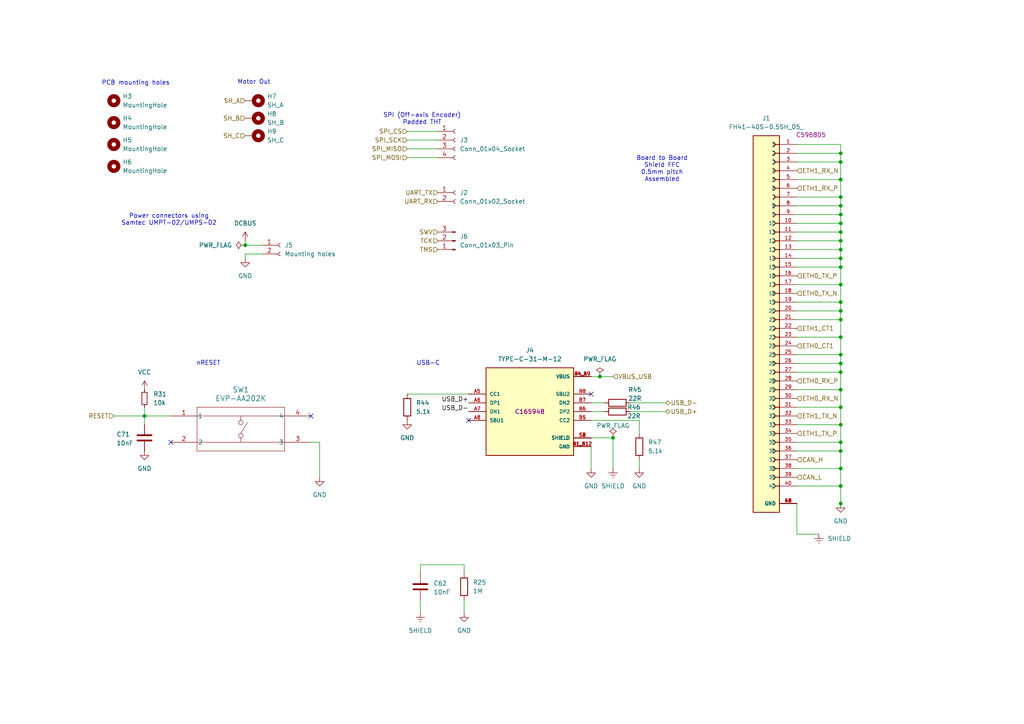
<source format=kicad_sch>
(kicad_sch (version 20231120) (generator "eeschema") (generator_version "8.0")
  (paper "A4")
  (lib_symbols
    (symbol "2024-07-26_04-43-59:EVP-AA202K" (pin_names (offset 0.254))
      (property "Reference" "SW" (at 20.32 7.62 0))
      (property "Value" "EVP-AA202K" (at 20.32 5.08 0))
      (symbol "EVP-AA202K_0_1"
        (polyline (pts (xy 7.62 -10.16) (xy 33.02 -10.16)) (stroke (width 0.127)))
        (polyline (pts (xy 7.62 0) (xy 33.02 0)) (stroke (width 0.127)))
        (polyline (pts (xy 7.62 2.54) (xy 7.62 -10.16)) (stroke (width 0.127)))
        (polyline (pts (xy 20.32 -7.62) (xy 20.32 -6.35)) (stroke (width 0.127)))
        (polyline (pts (xy 20.32 -5.08) (xy 22.225 -1.905)) (stroke (width 0.127)))
        (polyline (pts (xy 20.32 0) (xy 20.32 -1.27)) (stroke (width 0.127)))
        (polyline (pts (xy 33.02 -10.16) (xy 33.02 2.54)) (stroke (width 0.127)))
        (polyline (pts (xy 33.02 -7.62) (xy 7.62 -7.62)) (stroke (width 0.127)))
        (polyline (pts (xy 33.02 2.54) (xy 7.62 2.54)) (stroke (width 0.127)))
        (circle (center 20.32 -5.715) (radius 0.635) (stroke (width 0.127)))
        (circle (center 20.32 -1.905) (radius 0.635) (stroke (width 0.127)))
      )
      (symbol "EVP-AA202K_1_1"
        (pin passive line (at 0 0 0) (length 7.62) (name "1") (number "1"))
        (pin passive line (at 0 -7.62 0) (length 7.62) (name "2") (number "2"))
        (pin passive line (at 40.64 -7.62 180) (length 7.62) (name "3") (number "3"))
        (pin passive line (at 40.64 0 180) (length 7.62) (name "4") (number "4"))
      )
    )
    (symbol "Connector:Conn_01x02_Socket" (pin_names (offset 1.016) hide)
      (property "Reference" "J" (at 0 2.54 0))
      (property "Value" "Conn_01x02_Socket" (at 0 -5.08 0))
      (symbol "Conn_01x02_Socket_1_1"
        (arc (start 0 -2.032) (mid -0.5058 -2.54) (end 0 -3.048) (stroke (width 0.1524)))
        (polyline (pts (xy -1.27 -2.54) (xy -0.508 -2.54)) (stroke (width 0.1524)))
        (polyline (pts (xy -1.27 0) (xy -0.508 0)) (stroke (width 0.1524)))
        (arc (start 0 0.508) (mid -0.5058 0) (end 0 -0.508) (stroke (width 0.1524)))
        (pin passive line (at -5.08 0 0) (length 3.81) (name "Pin_1") (number "1"))
        (pin passive line (at -5.08 -2.54 0) (length 3.81) (name "Pin_2") (number "2"))
      )
    )
    (symbol "Connector:Conn_01x03_Pin" (pin_names (offset 1.016) hide)
      (property "Reference" "J" (at 0 5.08 0))
      (property "Value" "Conn_01x03_Pin" (at 0 -5.08 0))
      (symbol "Conn_01x03_Pin_1_1"
        (polyline (pts (xy 1.27 -2.54) (xy 0.8636 -2.54)) (stroke (width 0.1524)))
        (polyline (pts (xy 1.27 0) (xy 0.8636 0)) (stroke (width 0.1524)))
        (polyline (pts (xy 1.27 2.54) (xy 0.8636 2.54)) (stroke (width 0.1524)))
        (rectangle (start 0.8636 -2.413) (end 0 -2.667) (stroke (width 0.1524)) (fill (type outline)))
        (rectangle (start 0.8636 0.127) (end 0 -0.127) (stroke (width 0.1524)) (fill (type outline)))
        (rectangle (start 0.8636 2.667) (end 0 2.413) (stroke (width 0.1524)) (fill (type outline)))
        (pin passive line (at 5.08 2.54 180) (length 3.81) (name "Pin_1") (number "1"))
        (pin passive line (at 5.08 0 180) (length 3.81) (name "Pin_2") (number "2"))
        (pin passive line (at 5.08 -2.54 180) (length 3.81) (name "Pin_3") (number "3"))
      )
    )
    (symbol "Connector:Conn_01x04_Socket" (pin_names (offset 1.016) hide)
      (property "Reference" "J" (at 0 5.08 0))
      (property "Value" "Conn_01x04_Socket" (at 0 -7.62 0))
      (symbol "Conn_01x04_Socket_1_1"
        (arc (start 0 -4.572) (mid -0.5058 -5.08) (end 0 -5.588) (stroke (width 0.1524)))
        (arc (start 0 -2.032) (mid -0.5058 -2.54) (end 0 -3.048) (stroke (width 0.1524)))
        (polyline (pts (xy -1.27 -5.08) (xy -0.508 -5.08)) (stroke (width 0.1524)))
        (polyline (pts (xy -1.27 -2.54) (xy -0.508 -2.54)) (stroke (width 0.1524)))
        (polyline (pts (xy -1.27 0) (xy -0.508 0)) (stroke (width 0.1524)))
        (polyline (pts (xy -1.27 2.54) (xy -0.508 2.54)) (stroke (width 0.1524)))
        (arc (start 0 0.508) (mid -0.5058 0) (end 0 -0.508) (stroke (width 0.1524)))
        (arc (start 0 3.048) (mid -0.5058 2.54) (end 0 2.032) (stroke (width 0.1524)))
        (pin passive line (at -5.08 2.54 0) (length 3.81) (name "Pin_1") (number "1"))
        (pin passive line (at -5.08 0 0) (length 3.81) (name "Pin_2") (number "2"))
        (pin passive line (at -5.08 -2.54 0) (length 3.81) (name "Pin_3") (number "3"))
        (pin passive line (at -5.08 -5.08 0) (length 3.81) (name "Pin_4") (number "4"))
      )
    )
    (symbol "Device:C" (pin_numbers hide) (pin_names (offset 0.254))
      (property "Reference" "C" (at 0.635 2.54 0))
      (property "Value" "C" (at 0.635 -2.54 0))
      (symbol "C_0_1"
        (polyline (pts (xy -2.032 -0.762) (xy 2.032 -0.762)) (stroke (width 0.508)))
        (polyline (pts (xy -2.032 0.762) (xy 2.032 0.762)) (stroke (width 0.508)))
      )
      (symbol "C_1_1"
        (pin passive line (at 0 3.81 270) (length 2.794) (name "~") (number "1"))
        (pin passive line (at 0 -3.81 90) (length 2.794) (name "~") (number "2"))
      )
    )
    (symbol "Device:R" (pin_numbers hide) (pin_names (offset 0))
      (property "Reference" "R" (at 2.032 0 90))
      (property "Value" "R" (at 0 0 90))
      (symbol "R_0_1"
        (rectangle (start -1.016 -2.54) (end 1.016 2.54) (stroke (width 0.254)))
      )
      (symbol "R_1_1"
        (pin passive line (at 0 3.81 270) (length 1.27) (name "~") (number "1"))
        (pin passive line (at 0 -3.81 90) (length 1.27) (name "~") (number "2"))
      )
    )
    (symbol "Device:R_Small" (pin_numbers hide) (pin_names (offset 0.254) hide)
      (property "Reference" "R" (at 0.762 0.508 0))
      (property "Value" "R_Small" (at 0.762 -1.016 0))
      (symbol "R_Small_0_1"
        (rectangle (start -0.762 1.778) (end 0.762 -1.778) (stroke (width 0.2032)))
      )
      (symbol "R_Small_1_1"
        (pin passive line (at 0 2.54 270) (length 0.762) (name "~") (number "1"))
        (pin passive line (at 0 -2.54 90) (length 0.762) (name "~") (number "2"))
      )
    )
    (symbol "FH41-40S-0.5SH_05_:FH41-40S-0.5SH_05_" (pin_names (offset 1.016))
      (property "Reference" "J" (at -7.62 54.61 0))
      (property "Value" "FH41-40S-0.5SH_05_" (at -7.62 -58.42 0))
      (symbol "FH41-40S-0.5SH_05__0_0"
        (rectangle (start -7.62 -55.88) (end 0 53.34) (stroke (width 0.254)) (fill (type background)))
        (arc (start -1.905 -48.895) (mid -1.2727 -48.26) (end -1.905 -47.625) (stroke (width 0.254)))
        (arc (start -1.905 -46.355) (mid -1.2727 -45.72) (end -1.905 -45.085) (stroke (width 0.254)))
        (arc (start -1.905 -43.815) (mid -1.2727 -43.18) (end -1.905 -42.545) (stroke (width 0.254)))
        (arc (start -1.905 -41.275) (mid -1.2727 -40.64) (end -1.905 -40.005) (stroke (width 0.254)))
        (arc (start -1.905 -38.735) (mid -1.2727 -38.1) (end -1.905 -37.465) (stroke (width 0.254)))
        (arc (start -1.905 -36.195) (mid -1.2727 -35.56) (end -1.905 -34.925) (stroke (width 0.254)))
        (arc (start -1.905 -33.655) (mid -1.2727 -33.02) (end -1.905 -32.385) (stroke (width 0.254)))
        (arc (start -1.905 -31.115) (mid -1.2727 -30.48) (end -1.905 -29.845) (stroke (width 0.254)))
        (arc (start -1.905 -28.575) (mid -1.2727 -27.94) (end -1.905 -27.305) (stroke (width 0.254)))
        (arc (start -1.905 -26.035) (mid -1.2727 -25.4) (end -1.905 -24.765) (stroke (width 0.254)))
        (arc (start -1.905 -23.495) (mid -1.2727 -22.86) (end -1.905 -22.225) (stroke (width 0.254)))
        (arc (start -1.905 -20.955) (mid -1.2727 -20.32) (end -1.905 -19.685) (stroke (width 0.254)))
        (arc (start -1.905 -18.415) (mid -1.2727 -17.78) (end -1.905 -17.145) (stroke (width 0.254)))
        (arc (start -1.905 -15.875) (mid -1.2727 -15.24) (end -1.905 -14.605) (stroke (width 0.254)))
        (arc (start -1.905 -13.335) (mid -1.2727 -12.7) (end -1.905 -12.065) (stroke (width 0.254)))
        (arc (start -1.905 -10.795) (mid -1.2727 -10.16) (end -1.905 -9.525) (stroke (width 0.254)))
        (arc (start -1.905 -8.255) (mid -1.2727 -7.62) (end -1.905 -6.985) (stroke (width 0.254)))
        (arc (start -1.905 -5.715) (mid -1.2727 -5.08) (end -1.905 -4.445) (stroke (width 0.254)))
        (arc (start -1.905 -3.175) (mid -1.2727 -2.54) (end -1.905 -1.905) (stroke (width 0.254)))
        (arc (start -1.905 -0.635) (mid -1.2727 0) (end -1.905 0.635) (stroke (width 0.254)))
        (arc (start -1.905 1.905) (mid -1.2727 2.54) (end -1.905 3.175) (stroke (width 0.254)))
        (arc (start -1.905 4.445) (mid -1.2727 5.08) (end -1.905 5.715) (stroke (width 0.254)))
        (arc (start -1.905 6.985) (mid -1.2727 7.62) (end -1.905 8.255) (stroke (width 0.254)))
        (arc (start -1.905 9.525) (mid -1.2727 10.16) (end -1.905 10.795) (stroke (width 0.254)))
        (arc (start -1.905 12.065) (mid -1.2727 12.7) (end -1.905 13.335) (stroke (width 0.254)))
        (arc (start -1.905 14.605) (mid -1.2727 15.24) (end -1.905 15.875) (stroke (width 0.254)))
        (arc (start -1.905 17.145) (mid -1.2727 17.78) (end -1.905 18.415) (stroke (width 0.254)))
        (arc (start -1.905 19.685) (mid -1.2727 20.32) (end -1.905 20.955) (stroke (width 0.254)))
        (arc (start -1.905 22.225) (mid -1.2727 22.86) (end -1.905 23.495) (stroke (width 0.254)))
        (arc (start -1.905 24.765) (mid -1.2727 25.4) (end -1.905 26.035) (stroke (width 0.254)))
        (arc (start -1.905 27.305) (mid -1.2727 27.94) (end -1.905 28.575) (stroke (width 0.254)))
        (arc (start -1.905 29.845) (mid -1.2727 30.48) (end -1.905 31.115) (stroke (width 0.254)))
        (arc (start -1.905 32.385) (mid -1.2727 33.02) (end -1.905 33.655) (stroke (width 0.254)))
        (arc (start -1.905 34.925) (mid -1.2727 35.56) (end -1.905 36.195) (stroke (width 0.254)))
        (arc (start -1.905 37.465) (mid -1.2727 38.1) (end -1.905 38.735) (stroke (width 0.254)))
        (arc (start -1.905 40.005) (mid -1.2727 40.64) (end -1.905 41.275) (stroke (width 0.254)))
        (arc (start -1.905 42.545) (mid -1.2727 43.18) (end -1.905 43.815) (stroke (width 0.254)))
        (arc (start -1.905 45.085) (mid -1.2727 45.72) (end -1.905 46.355) (stroke (width 0.254)))
        (arc (start -1.905 47.625) (mid -1.2727 48.26) (end -1.905 48.895) (stroke (width 0.254)))
        (arc (start -1.905 50.165) (mid -1.2727 50.8) (end -1.905 51.435) (stroke (width 0.254)))
        (polyline (pts (xy 0 -48.26) (xy -1.27 -48.26)) (stroke (width 0.254)))
        (polyline (pts (xy 0 -45.72) (xy -1.27 -45.72)) (stroke (width 0.254)))
        (polyline (pts (xy 0 -43.18) (xy -1.27 -43.18)) (stroke (width 0.254)))
        (polyline (pts (xy 0 -40.64) (xy -1.27 -40.64)) (stroke (width 0.254)))
        (polyline (pts (xy 0 -38.1) (xy -1.27 -38.1)) (stroke (width 0.254)))
        (polyline (pts (xy 0 -35.56) (xy -1.27 -35.56)) (stroke (width 0.254)))
        (polyline (pts (xy 0 -33.02) (xy -1.27 -33.02)) (stroke (width 0.254)))
        (polyline (pts (xy 0 -30.48) (xy -1.27 -30.48)) (stroke (width 0.254)))
        (polyline (pts (xy 0 -27.94) (xy -1.27 -27.94)) (stroke (width 0.254)))
        (polyline (pts (xy 0 -25.4) (xy -1.27 -25.4)) (stroke (width 0.254)))
        (polyline (pts (xy 0 -22.86) (xy -1.27 -22.86)) (stroke (width 0.254)))
        (polyline (pts (xy 0 -20.32) (xy -1.27 -20.32)) (stroke (width 0.254)))
        (polyline (pts (xy 0 -17.78) (xy -1.27 -17.78)) (stroke (width 0.254)))
        (polyline (pts (xy 0 -15.24) (xy -1.27 -15.24)) (stroke (width 0.254)))
        (polyline (pts (xy 0 -12.7) (xy -1.27 -12.7)) (stroke (width 0.254)))
        (polyline (pts (xy 0 -10.16) (xy -1.27 -10.16)) (stroke (width 0.254)))
        (polyline (pts (xy 0 -7.62) (xy -1.27 -7.62)) (stroke (width 0.254)))
        (polyline (pts (xy 0 -5.08) (xy -1.27 -5.08)) (stroke (width 0.254)))
        (polyline (pts (xy 0 -2.54) (xy -1.27 -2.54)) (stroke (width 0.254)))
        (polyline (pts (xy 0 0) (xy -1.27 0)) (stroke (width 0.254)))
        (polyline (pts (xy 0 2.54) (xy -1.27 2.54)) (stroke (width 0.254)))
        (polyline (pts (xy 0 5.08) (xy -1.27 5.08)) (stroke (width 0.254)))
        (polyline (pts (xy 0 7.62) (xy -1.27 7.62)) (stroke (width 0.254)))
        (polyline (pts (xy 0 10.16) (xy -1.27 10.16)) (stroke (width 0.254)))
        (polyline (pts (xy 0 12.7) (xy -1.27 12.7)) (stroke (width 0.254)))
        (polyline (pts (xy 0 15.24) (xy -1.27 15.24)) (stroke (width 0.254)))
        (polyline (pts (xy 0 17.78) (xy -1.27 17.78)) (stroke (width 0.254)))
        (polyline (pts (xy 0 20.32) (xy -1.27 20.32)) (stroke (width 0.254)))
        (polyline (pts (xy 0 22.86) (xy -1.27 22.86)) (stroke (width 0.254)))
        (polyline (pts (xy 0 25.4) (xy -1.27 25.4)) (stroke (width 0.254)))
        (polyline (pts (xy 0 27.94) (xy -1.27 27.94)) (stroke (width 0.254)))
        (polyline (pts (xy 0 30.48) (xy -1.27 30.48)) (stroke (width 0.254)))
        (polyline (pts (xy 0 33.02) (xy -1.27 33.02)) (stroke (width 0.254)))
        (polyline (pts (xy 0 35.56) (xy -1.27 35.56)) (stroke (width 0.254)))
        (polyline (pts (xy 0 38.1) (xy -1.27 38.1)) (stroke (width 0.254)))
        (polyline (pts (xy 0 40.64) (xy -1.27 40.64)) (stroke (width 0.254)))
        (polyline (pts (xy 0 43.18) (xy -1.27 43.18)) (stroke (width 0.254)))
        (polyline (pts (xy 0 45.72) (xy -1.27 45.72)) (stroke (width 0.254)))
        (polyline (pts (xy 0 48.26) (xy -1.27 48.26)) (stroke (width 0.254)))
        (polyline (pts (xy 0 50.8) (xy -1.27 50.8)) (stroke (width 0.254)))
        (pin passive line (at 5.08 50.8 180) (length 5.08) (name "1") (number "1"))
        (pin passive line (at 5.08 27.94 180) (length 5.08) (name "10") (number "10"))
        (pin passive line (at 5.08 25.4 180) (length 5.08) (name "11") (number "11"))
        (pin passive line (at 5.08 22.86 180) (length 5.08) (name "12") (number "12"))
        (pin passive line (at 5.08 20.32 180) (length 5.08) (name "13") (number "13"))
        (pin passive line (at 5.08 17.78 180) (length 5.08) (name "14") (number "14"))
        (pin passive line (at 5.08 15.24 180) (length 5.08) (name "15") (number "15"))
        (pin passive line (at 5.08 12.7 180) (length 5.08) (name "16") (number "16"))
        (pin passive line (at 5.08 10.16 180) (length 5.08) (name "17") (number "17"))
        (pin passive line (at 5.08 7.62 180) (length 5.08) (name "18") (number "18"))
        (pin passive line (at 5.08 5.08 180) (length 5.08) (name "19") (number "19"))
        (pin passive line (at 5.08 48.26 180) (length 5.08) (name "2") (number "2"))
        (pin passive line (at 5.08 2.54 180) (length 5.08) (name "20") (number "20"))
        (pin passive line (at 5.08 0 180) (length 5.08) (name "21") (number "21"))
        (pin passive line (at 5.08 -2.54 180) (length 5.08) (name "22") (number "22"))
        (pin passive line (at 5.08 -5.08 180) (length 5.08) (name "23") (number "23"))
        (pin passive line (at 5.08 -7.62 180) (length 5.08) (name "24") (number "24"))
        (pin passive line (at 5.08 -10.16 180) (length 5.08) (name "25") (number "25"))
        (pin passive line (at 5.08 -12.7 180) (length 5.08) (name "26") (number "26"))
        (pin passive line (at 5.08 -15.24 180) (length 5.08) (name "27") (number "27"))
        (pin passive line (at 5.08 -17.78 180) (length 5.08) (name "28") (number "28"))
        (pin passive line (at 5.08 -20.32 180) (length 5.08) (name "29") (number "29"))
        (pin passive line (at 5.08 45.72 180) (length 5.08) (name "3") (number "3"))
        (pin passive line (at 5.08 -22.86 180) (length 5.08) (name "30") (number "30"))
        (pin passive line (at 5.08 -25.4 180) (length 5.08) (name "31") (number "31"))
        (pin passive line (at 5.08 -27.94 180) (length 5.08) (name "32") (number "32"))
        (pin passive line (at 5.08 -30.48 180) (length 5.08) (name "33") (number "33"))
        (pin passive line (at 5.08 -33.02 180) (length 5.08) (name "34") (number "34"))
        (pin passive line (at 5.08 -35.56 180) (length 5.08) (name "35") (number "35"))
        (pin passive line (at 5.08 -38.1 180) (length 5.08) (name "36") (number "36"))
        (pin passive line (at 5.08 -40.64 180) (length 5.08) (name "37") (number "37"))
        (pin passive line (at 5.08 -43.18 180) (length 5.08) (name "38") (number "38"))
        (pin passive line (at 5.08 -45.72 180) (length 5.08) (name "39") (number "39"))
        (pin passive line (at 5.08 43.18 180) (length 5.08) (name "4") (number "4"))
        (pin passive line (at 5.08 -48.26 180) (length 5.08) (name "40") (number "40"))
        (pin power_in line (at 5.08 -53.34 180) (length 5.08) (name "GND") (number "41"))
        (pin power_in line (at 5.08 -53.34 180) (length 5.08) (name "GND") (number "42"))
        (pin power_in line (at 5.08 -53.34 180) (length 5.08) (name "GND") (number "43"))
        (pin power_in line (at 5.08 -53.34 180) (length 5.08) (name "GND") (number "44"))
        (pin power_in line (at 5.08 -53.34 180) (length 5.08) (name "GND") (number "45"))
        (pin power_in line (at 5.08 -53.34 180) (length 5.08) (name "GND") (number "46"))
        (pin power_in line (at 5.08 -53.34 180) (length 5.08) (name "GND") (number "47"))
        (pin power_in line (at 5.08 -53.34 180) (length 5.08) (name "GND") (number "48"))
        (pin power_in line (at 5.08 -53.34 180) (length 5.08) (name "GND") (number "49"))
        (pin passive line (at 5.08 40.64 180) (length 5.08) (name "5") (number "5"))
        (pin power_in line (at 5.08 -53.34 180) (length 5.08) (name "GND") (number "50"))
        (pin passive line (at 5.08 38.1 180) (length 5.08) (name "6") (number "6"))
        (pin passive line (at 5.08 35.56 180) (length 5.08) (name "7") (number "7"))
        (pin passive line (at 5.08 33.02 180) (length 5.08) (name "8") (number "8"))
        (pin passive line (at 5.08 30.48 180) (length 5.08) (name "9") (number "9"))
      )
    )
    (symbol "Mechanical:MountingHole" (pin_names (offset 1.016)) (exclude_from_sim yes) (in_bom no)
      (property "Reference" "H" (at 0 5.08 0))
      (property "Value" "MountingHole" (at 0 3.175 0))
      (symbol "MountingHole_0_1"
        (circle (center 0 0) (radius 1.27) (stroke (width 1.27)))
      )
    )
    (symbol "Mechanical:MountingHole_Pad" (pin_numbers hide) (pin_names (offset 1.016) hide) (exclude_from_sim yes) (in_bom no)
      (property "Reference" "H" (at 0 6.35 0))
      (property "Value" "MountingHole_Pad" (at 0 4.445 0))
      (symbol "MountingHole_Pad_0_1"
        (circle (center 0 1.27) (radius 1.27) (stroke (width 1.27)))
      )
      (symbol "MountingHole_Pad_1_1"
        (pin input line (at 0 -2.54 90) (length 2.54) (name "1") (number "1"))
      )
    )
    (symbol "TYPE-C-31-M-12:TYPE-C-31-M-12" (pin_names (offset 1.016))
      (property "Reference" "J" (at -12.7 13.462 0))
      (property "Value" "TYPE-C-31-M-12" (at -12.7 -13.462 0))
      (symbol "TYPE-C-31-M-12_0_0"
        (rectangle (start -12.7 -12.7) (end 12.7 12.7) (stroke (width 0.254)) (fill (type background)))
        (pin power_in line (at 17.78 -10.16 180) (length 5.08) (name "GND") (number "A1_B12"))
        (pin power_in line (at 17.78 10.16 180) (length 5.08) (name "VBUS") (number "A4_B9"))
        (pin bidirectional line (at -17.78 5.08 0) (length 5.08) (name "CC1") (number "A5"))
        (pin bidirectional line (at -17.78 2.54 0) (length 5.08) (name "DP1") (number "A6"))
        (pin bidirectional line (at -17.78 0 0) (length 5.08) (name "DN1") (number "A7"))
        (pin bidirectional line (at -17.78 -2.54 0) (length 5.08) (name "SBU1") (number "A8"))
        (pin power_in line (at 17.78 -10.16 180) (length 5.08) (name "GND") (number "B1_A12"))
        (pin power_in line (at 17.78 10.16 180) (length 5.08) (name "VBUS") (number "B4_A9"))
        (pin bidirectional line (at 17.78 -2.54 180) (length 5.08) (name "CC2") (number "B5"))
        (pin bidirectional line (at 17.78 0 180) (length 5.08) (name "DP2") (number "B6"))
        (pin bidirectional line (at 17.78 2.54 180) (length 5.08) (name "DN2") (number "B7"))
        (pin bidirectional line (at 17.78 5.08 180) (length 5.08) (name "SBU2") (number "B8"))
        (pin passive line (at 17.78 -7.62 180) (length 5.08) (name "SHIELD") (number "S1"))
        (pin passive line (at 17.78 -7.62 180) (length 5.08) (name "SHIELD") (number "S2"))
        (pin passive line (at 17.78 -7.62 180) (length 5.08) (name "SHIELD") (number "S3"))
        (pin passive line (at 17.78 -7.62 180) (length 5.08) (name "SHIELD") (number "S4"))
      )
    )
    (symbol "power:+3.3V" (power) (pin_numbers hide) (pin_names (offset 0) hide)
      (property "Value" "+3.3V" (at 0 3.556 0))
      (symbol "+3.3V_0_1"
        (polyline (pts (xy -0.762 1.27) (xy 0 2.54)))
        (polyline (pts (xy 0 0) (xy 0 2.54)))
        (polyline (pts (xy 0 2.54) (xy 0.762 1.27)))
      )
      (symbol "+3.3V_1_1"
        (pin power_in line (at 0 0 90) (length 0) (name "~") (number "1"))
      )
    )
    (symbol "power:Earth" (power) (pin_numbers hide) (pin_names (offset 0) hide)
      (property "Value" "Earth" (at 0 -3.81 0))
      (symbol "Earth_0_1"
        (polyline (pts (xy -0.635 -1.905) (xy 0.635 -1.905)))
        (polyline (pts (xy -0.127 -2.54) (xy 0.127 -2.54)))
        (polyline (pts (xy 0 -1.27) (xy 0 0)))
        (polyline (pts (xy 1.27 -1.27) (xy -1.27 -1.27)))
      )
      (symbol "Earth_1_1"
        (pin power_in line (at 0 0 270) (length 0) (name "~") (number "1"))
      )
    )
    (symbol "power:GND" (power) (pin_numbers hide) (pin_names (offset 0) hide)
      (property "Value" "GND" (at 0 -3.81 0))
      (symbol "GND_0_1"
        (polyline (pts (xy 0 0) (xy 0 -1.27) (xy 1.27 -1.27) (xy 0 -2.54) (xy -1.27 -1.27) (xy 0 -1.27)))
      )
      (symbol "GND_1_1"
        (pin power_in line (at 0 0 270) (length 0) (name "~") (number "1"))
      )
    )
    (symbol "power:PWR_FLAG" (power) (pin_numbers hide) (pin_names (offset 0) hide)
      (property "Value" "PWR_FLAG" (at 0 3.81 0))
      (symbol "PWR_FLAG_0_0"
        (pin power_out line (at 0 0 90) (length 0) (name "~") (number "1"))
      )
      (symbol "PWR_FLAG_0_1"
        (polyline (pts (xy 0 0) (xy 0 1.27) (xy -1.016 1.905) (xy 0 2.54) (xy 1.016 1.905) (xy 0 1.27)))
      )
    )
    (symbol "power:VCC" (power) (pin_numbers hide) (pin_names (offset 0) hide)
      (property "Value" "VCC" (at 0 3.556 0))
      (symbol "VCC_0_1"
        (polyline (pts (xy -0.762 1.27) (xy 0 2.54)))
        (polyline (pts (xy 0 0) (xy 0 2.54)))
        (polyline (pts (xy 0 2.54) (xy 0.762 1.27)))
      )
      (symbol "VCC_1_1"
        (pin power_in line (at 0 0 90) (length 0) (name "~") (number "1"))
      )
    )
  )
  (junction (at 173.99 109.22))
  (junction (at 243.84 128.27))
  (junction (at 243.84 77.47))
  (junction (at 243.84 59.69))
  (junction (at 243.84 67.31))
  (junction (at 243.84 135.89))
  (junction (at 243.84 146.05))
  (junction (at 243.84 102.87))
  (junction (at 243.84 87.63))
  (junction (at 243.84 46.99))
  (junction (at 243.84 52.07))
  (junction (at 243.84 130.81))
  (junction (at 243.84 140.97))
  (junction (at 243.84 105.41))
  (junction (at 243.84 57.15))
  (junction (at 243.84 118.11))
  (junction (at 243.84 62.23))
  (junction (at 243.84 107.95))
  (junction (at 243.84 97.79))
  (junction (at 243.84 92.71))
  (junction (at 177.8 127))
  (junction (at 71.12 71.12))
  (junction (at 243.84 64.77))
  (junction (at 243.84 72.39))
  (junction (at 41.91 120.65))
  (junction (at 243.84 74.93))
  (junction (at 243.84 113.03))
  (junction (at 243.84 69.85))
  (junction (at 243.84 123.19))
  (junction (at 243.84 82.55))
  (junction (at 243.84 90.17))
  (junction (at 243.84 44.45))
  (no_connect (at 135.89 121.92))
  (no_connect (at 90.17 120.65))
  (no_connect (at 49.53 128.27))
  (no_connect (at 171.45 114.3))
  (wire (pts (xy 231.14 102.87) (xy 243.84 102.87)))
  (wire (pts (xy 121.92 166.37) (xy 121.92 163.83)))
  (wire (pts (xy 118.11 40.64) (xy 127 40.64)))
  (wire (pts (xy 171.45 121.92) (xy 185.42 121.92)))
  (wire (pts (xy 41.91 120.65) (xy 49.53 120.65)))
  (wire (pts (xy 243.84 130.81) (xy 243.84 135.89)))
  (wire (pts (xy 231.14 87.63) (xy 243.84 87.63)))
  (wire (pts (xy 243.84 64.77) (xy 243.84 67.31)))
  (wire (pts (xy 231.14 59.69) (xy 243.84 59.69)))
  (wire (pts (xy 243.84 113.03) (xy 243.84 118.11)))
  (wire (pts (xy 121.92 163.83) (xy 134.62 163.83)))
  (wire (pts (xy 177.8 109.22) (xy 173.99 109.22)))
  (wire (pts (xy 231.14 113.03) (xy 243.84 113.03)))
  (wire (pts (xy 134.62 163.83) (xy 134.62 166.37)))
  (wire (pts (xy 243.84 67.31) (xy 243.84 69.85)))
  (wire (pts (xy 118.11 38.1) (xy 127 38.1)))
  (wire (pts (xy 231.14 67.31) (xy 243.84 67.31)))
  (wire (pts (xy 173.99 109.22) (xy 171.45 109.22)))
  (wire (pts (xy 71.12 73.66) (xy 76.2 73.66)))
  (wire (pts (xy 243.84 87.63) (xy 243.84 90.17)))
  (wire (pts (xy 243.84 92.71) (xy 243.84 97.79)))
  (wire (pts (xy 185.42 121.92) (xy 185.42 125.73)))
  (wire (pts (xy 243.84 46.99) (xy 243.84 52.07)))
  (wire (pts (xy 33.02 120.65) (xy 41.91 120.65)))
  (wire (pts (xy 71.12 71.12) (xy 76.2 71.12)))
  (wire (pts (xy 71.12 74.93) (xy 71.12 73.66)))
  (wire (pts (xy 243.84 107.95) (xy 243.84 113.03)))
  (wire (pts (xy 243.84 46.99) (xy 243.84 44.45)))
  (wire (pts (xy 182.88 116.84) (xy 193.04 116.84)))
  (wire (pts (xy 243.84 97.79) (xy 243.84 102.87)))
  (wire (pts (xy 231.14 46.99) (xy 243.84 46.99)))
  (wire (pts (xy 243.84 135.89) (xy 243.84 140.97)))
  (wire (pts (xy 231.14 62.23) (xy 243.84 62.23)))
  (wire (pts (xy 243.84 118.11) (xy 243.84 123.19)))
  (wire (pts (xy 231.14 130.81) (xy 243.84 130.81)))
  (wire (pts (xy 243.84 123.19) (xy 243.84 128.27)))
  (wire (pts (xy 92.71 128.27) (xy 92.71 138.43)))
  (wire (pts (xy 231.14 107.95) (xy 243.84 107.95)))
  (wire (pts (xy 41.91 118.11) (xy 41.91 120.65)))
  (wire (pts (xy 231.14 128.27) (xy 243.84 128.27)))
  (wire (pts (xy 231.14 72.39) (xy 243.84 72.39)))
  (wire (pts (xy 118.11 45.72) (xy 127 45.72)))
  (wire (pts (xy 231.14 92.71) (xy 243.84 92.71)))
  (wire (pts (xy 243.84 69.85) (xy 243.84 72.39)))
  (wire (pts (xy 243.84 74.93) (xy 243.84 77.47)))
  (wire (pts (xy 243.84 147.32) (xy 243.84 146.05)))
  (wire (pts (xy 231.14 123.19) (xy 243.84 123.19)))
  (wire (pts (xy 243.84 44.45) (xy 243.84 41.91)))
  (wire (pts (xy 231.14 140.97) (xy 243.84 140.97)))
  (wire (pts (xy 71.12 69.85) (xy 71.12 71.12)))
  (wire (pts (xy 41.91 120.65) (xy 41.91 123.19)))
  (wire (pts (xy 231.14 69.85) (xy 243.84 69.85)))
  (wire (pts (xy 182.88 119.38) (xy 193.04 119.38)))
  (wire (pts (xy 231.14 64.77) (xy 243.84 64.77)))
  (wire (pts (xy 243.84 72.39) (xy 243.84 74.93)))
  (wire (pts (xy 171.45 127) (xy 177.8 127)))
  (wire (pts (xy 118.11 43.18) (xy 127 43.18)))
  (wire (pts (xy 231.14 74.93) (xy 243.84 74.93)))
  (wire (pts (xy 231.14 82.55) (xy 243.84 82.55)))
  (wire (pts (xy 243.84 90.17) (xy 243.84 92.71)))
  (wire (pts (xy 243.84 59.69) (xy 243.84 62.23)))
  (wire (pts (xy 90.17 128.27) (xy 92.71 128.27)))
  (wire (pts (xy 231.14 90.17) (xy 243.84 90.17)))
  (wire (pts (xy 243.84 52.07) (xy 243.84 57.15)))
  (wire (pts (xy 231.14 97.79) (xy 243.84 97.79)))
  (wire (pts (xy 243.84 82.55) (xy 243.84 87.63)))
  (wire (pts (xy 121.92 173.99) (xy 121.92 177.8)))
  (wire (pts (xy 175.26 119.38) (xy 171.45 119.38)))
  (wire (pts (xy 177.8 127) (xy 177.8 135.89)))
  (wire (pts (xy 231.14 105.41) (xy 243.84 105.41)))
  (wire (pts (xy 243.84 102.87) (xy 243.84 105.41)))
  (wire (pts (xy 243.84 146.05) (xy 243.84 140.97)))
  (wire (pts (xy 243.84 62.23) (xy 243.84 64.77)))
  (wire (pts (xy 231.14 135.89) (xy 243.84 135.89)))
  (wire (pts (xy 185.42 135.89) (xy 185.42 133.35)))
  (wire (pts (xy 243.84 105.41) (xy 243.84 107.95)))
  (wire (pts (xy 231.14 77.47) (xy 243.84 77.47)))
  (wire (pts (xy 171.45 129.54) (xy 171.45 135.89)))
  (wire (pts (xy 243.84 128.27) (xy 243.84 130.81)))
  (wire (pts (xy 243.84 77.47) (xy 243.84 82.55)))
  (wire (pts (xy 175.26 116.84) (xy 171.45 116.84)))
  (wire (pts (xy 243.84 57.15) (xy 243.84 59.69)))
  (wire (pts (xy 231.14 146.05) (xy 231.14 154.94)))
  (wire (pts (xy 118.11 114.3) (xy 135.89 114.3)))
  (wire (pts (xy 231.14 118.11) (xy 243.84 118.11)))
  (wire (pts (xy 231.14 52.07) (xy 243.84 52.07)))
  (wire (pts (xy 231.14 44.45) (xy 243.84 44.45)))
  (wire (pts (xy 243.84 41.91) (xy 231.14 41.91)))
  (wire (pts (xy 134.62 173.99) (xy 134.62 177.8)))
  (wire (pts (xy 231.14 57.15) (xy 243.84 57.15)))
  (wire (pts (xy 231.14 154.94) (xy 237.49 154.94)))
  (text "Power connectors using\nSamtec UMPT-02/UMPS-02" (at 49.022 63.754 0) (effects (font (size 1.27 1.27))))
  (text "Board to Board\nShield FFC\n0.5mm pitch\nAssembled" (at 192.024 49.022 0) (effects (font (size 1.27 1.27))))
  (text "SPI (Off-axis Encoder)\nPadded THT" (at 122.428 34.544 0) (effects (font (size 1.27 1.27))))
  (text "Motor Out" (at 73.66 23.876 0) (effects (font (size 1.27 1.27))))
  (text "nRESET" (at 60.452 105.41 0) (effects (font (size 1.27 1.27))))
  (text "USB-C" (at 124.206 105.41 0) (effects (font (size 1.27 1.27))))
  (text "PCB mounting holes" (at 39.37 24.13 0) (effects (font (size 1.27 1.27))))
  (label "USB_D-" (at 135.89 119.38 180))
  (label "USB_D+" (at 135.89 116.84 180))
  (hierarchical_label "ETH1_TX_N" (shape input) (at 231.14 120.65 0))
  (hierarchical_label "TMS" (shape input) (at 127 72.39 180))
  (hierarchical_label "ETH1_RX_P" (shape input) (at 231.14 54.61 0))
  (hierarchical_label "VBUS_USB" (shape input) (at 177.8 109.22 0))
  (hierarchical_label "USB_D+" (shape bidirectional) (at 193.04 119.38 0))
  (hierarchical_label "SH_C" (shape input) (at 71.12 39.37 180))
  (hierarchical_label "ETH0_TX_P" (shape input) (at 231.14 80.01 0))
  (hierarchical_label "SH_A" (shape input) (at 71.12 29.21 180))
  (hierarchical_label "ETH1_RX_N" (shape input) (at 231.14 49.53 0))
  (hierarchical_label "ETH0_RX_N" (shape input) (at 231.14 115.57 0))
  (hierarchical_label "TCK" (shape input) (at 127 69.85 180))
  (hierarchical_label "ETH1_CT1" (shape input) (at 231.14 95.25 0))
  (hierarchical_label "UART_RX" (shape input) (at 127 58.42 180))
  (hierarchical_label "SH_B" (shape input) (at 71.12 34.29 180))
  (hierarchical_label "ETH1_TX_P" (shape input) (at 231.14 125.73 0))
  (hierarchical_label "ETH0_TX_N" (shape input) (at 231.14 85.09 0))
  (hierarchical_label "RESET" (shape input) (at 33.02 120.65 180))
  (hierarchical_label "SWV" (shape input) (at 127 67.31 180))
  (hierarchical_label "CAN_H" (shape input) (at 231.14 133.35 0))
  (hierarchical_label "SPI_MOSI" (shape input) (at 118.11 45.72 180))
  (hierarchical_label "UART_TX" (shape input) (at 127 55.88 180))
  (hierarchical_label "CAN_L" (shape input) (at 231.14 138.43 0))
  (hierarchical_label "SPI_MISO" (shape input) (at 118.11 43.18 180))
  (hierarchical_label "ETH0_RX_P" (shape input) (at 231.14 110.49 0))
  (hierarchical_label "ETH0_CT1" (shape input) (at 231.14 100.33 0))
  (hierarchical_label "SPI_SCK" (shape input) (at 118.11 40.64 180))
  (hierarchical_label "USB_D-" (shape bidirectional) (at 193.04 116.84 0))
  (hierarchical_label "SPI_CS" (shape input) (at 118.11 38.1 180))
  (symbol (lib_id "power:PWR_FLAG") (at 173.99 109.22 0) (unit 1)
    (property "Reference" "#FLG02" (effects (hide yes)))
    (property "Value" "PWR_FLAG" (at 173.99 104.14 0))
    (property "Description" "Special symbol for telling ERC where power comes from" (effects (hide yes)))
  )
  (symbol (lib_id "power:Earth") (at 237.49 154.94 0) (unit 1)
    (property "Reference" "#PWR056" (effects (hide yes)))
    (property "Value" "SHIELD" (at 240.03 156.2099 0) (effects (justify left)))
    (property "Description" "Power symbol creates a global label with name \"Earth\"" (effects (hide yes)))
  )
  (symbol (lib_id "power:GND") (at 118.11 121.92 0) (unit 1)
    (property "Reference" "#PWR0114" (effects (hide yes)))
    (property "Value" "GND" (at 118.11 127 0))
    (property "Description" "Power symbol creates a global label with name \"GND\" , ground" (effects (hide yes)))
  )
  (symbol (lib_id "power:GND") (at 171.45 135.89 0) (unit 1)
    (property "Reference" "#PWR0115" (effects (hide yes)))
    (property "Value" "GND" (at 171.45 140.97 0))
    (property "Description" "Power symbol creates a global label with name \"GND\" , ground" (effects (hide yes)))
  )
  (symbol (lib_id "power:+3.3V") (at 71.12 69.85 0) (unit 1)
    (property "Reference" "#PWR0103" (effects (hide yes)))
    (property "Value" "DCBUS" (at 71.12 64.77 0))
    (property "Description" "Power symbol creates a global label with name \"+3.3V\"" (effects (hide yes)))
  )
  (symbol (lib_id "power:GND") (at 92.71 138.43 0) (unit 1)
    (property "Reference" "#PWR081" (effects (hide yes)))
    (property "Value" "GND" (at 92.71 143.51 0))
    (property "Description" "Power symbol creates a global label with name \"GND\" , ground" (effects (hide yes)))
  )
  (symbol (lib_id "Mechanical:MountingHole_Pad") (at 73.66 29.21 270) (unit 1) (exclude_from_sim yes) (in_bom no)
    (property "Reference" "H7" (at 77.47 27.9399 90) (effects (justify left)))
    (property "Value" "SH_A" (at 77.47 30.4799 90) (effects (justify left)))
    (property "Footprint" "Connector_PinHeader_2.54mm:PinHeader_1x01_P2.54mm_Vertical" (effects (hide yes)))
    (property "Description" "Mounting Hole with connection" (effects (hide yes)))
  )
  (symbol (lib_id "TYPE-C-31-M-12:TYPE-C-31-M-12") (at 153.67 119.38 0) (unit 1)
    (property "Reference" "J4" (at 153.67 101.6 0))
    (property "Value" "TYPE-C-31-M-12" (at 153.67 104.14 0))
    (property "Footprint" "Connector_USB:USB_C_Receptacle_HRO_TYPE-C-31-M-12" (effects (hide yes)))
    (property "MF" "HRO Electronics Co., Ltd." (effects (hide yes)))
    (property "MAXIMUM_PACKAGE_HEIGHT" "3.26 mm" (effects (hide yes)))
    (property "Package" "Package" (effects (hide yes)))
    (property "Price" "None" (effects (hide yes)))
    (property "Check_prices" "https://www.snapeda.com/parts/TYPE-C-31-M-12/HRO+Electronics+Co.%252C+Ltd./view-part/?ref=eda" (effects (hide yes)))
    (property "STANDARD" "Manufacturer Recommendations" (effects (hide yes)))
    (property "PARTREV" "2020.12.08" (effects (hide yes)))
    (property "SnapEDA_Link" "https://www.snapeda.com/parts/TYPE-C-31-M-12/HRO+Electronics+Co.%252C+Ltd./view-part/?ref=snap" (effects (hide yes)))
    (property "MP" "TYPE-C-31-M-12" (effects (hide yes)))
    (property "Description_1" "\nUSB Connectors 24 Receptacle 1 8.94*7.3mm RoHS\n" (effects (hide yes)))
    (property "SNAPEDA_PN" "TYPE-C-31-M-12" (effects (hide yes)))
    (property "Availability" "Not in stock" (effects (hide yes)))
    (property "MANUFACTURER" "HRO Electronics Co., Ltd." (effects (hide yes)))
    (property "LCSC Part #" "C165948" (at 153.67 119.38 0))
  )
  (symbol (lib_id "power:Earth") (at 121.92 177.8 0) (unit 1)
    (property "Reference" "#PWR068" (effects (hide yes)))
    (property "Value" "SHIELD" (at 121.92 182.88 0))
    (property "Description" "Power symbol creates a global label with name \"Earth\"" (effects (hide yes)))
  )
  (symbol (lib_id "Device:R") (at 179.07 116.84 90) (unit 1)
    (property "Reference" "R45" (at 184.15 113.03 90))
    (property "Value" "22R" (at 184.15 115.57 90))
    (property "Footprint" "Resistor_SMD:R_0402_1005Metric" (effects (hide yes)))
    (property "Description" "Resistor" (effects (hide yes)))
    (property "LCSC Part #" "C107701" (effects (hide yes)))
  )
  (symbol (lib_id "power:GND") (at 71.12 74.93 0) (unit 1)
    (property "Reference" "#PWR0104" (effects (hide yes)))
    (property "Value" "GND" (at 71.12 80.01 0))
    (property "Description" "Power symbol creates a global label with name \"GND\" , ground" (effects (hide yes)))
  )
  (symbol (lib_id "2024-07-26_04-43-59:EVP-AA202K") (at 49.53 120.65 0) (unit 1)
    (property "Reference" "SW1" (at 69.85 113.03 0) (effects (font (size 1.524 1.524))))
    (property "Value" "EVP-AA202K" (at 69.85 115.57 0) (effects (font (size 1.524 1.524))))
    (property "Footprint" "footprints:SW_EVP-AA102K_PAN" (effects (hide yes)))
    (property "Datasheet" "EVP-AA202K" (effects (hide yes)))
  )
  (symbol (lib_id "Device:R") (at 118.11 118.11 0) (unit 1)
    (property "Reference" "R44" (at 120.65 116.8399 0) (effects (justify left)))
    (property "Value" "5.1k" (at 120.65 119.3799 0) (effects (justify left)))
    (property "Footprint" "Resistor_SMD:R_0603_1608Metric" (effects (hide yes)))
    (property "Description" "Resistor" (effects (hide yes)))
  )
  (symbol (lib_id "power:GND") (at 243.84 146.05 0) (unit 1)
    (property "Reference" "#PWR057" (effects (hide yes)))
    (property "Value" "GND" (at 243.84 151.13 0))
    (property "Description" "Power symbol creates a global label with name \"GND\" , ground" (effects (hide yes)))
  )
  (symbol (lib_id "power:VCC") (at 41.91 113.03 0) (unit 1)
    (property "Reference" "#PWR079" (effects (hide yes)))
    (property "Value" "VCC" (at 41.91 107.95 0))
    (property "Description" "Power symbol creates a global label with name \"VCC\"" (effects (hide yes)))
  )
  (symbol (lib_id "Device:C") (at 41.91 127 0) (unit 1)
    (property "Reference" "C71" (at 33.782 125.984 0) (effects (justify left)))
    (property "Value" "10nF" (at 33.782 128.524 0) (effects (justify left)))
    (property "Footprint" "Capacitor_SMD:C_0402_1005Metric" (effects (hide yes)))
    (property "Description" "Unpolarized capacitor" (effects (hide yes)))
    (property "LCSC Part #" " C77013" (effects (hide yes)))
  )
  (symbol (lib_id "Mechanical:MountingHole") (at 33.02 41.91 0) (unit 1) (exclude_from_sim yes) (in_bom no)
    (property "Reference" "H5" (at 35.56 40.6399 0) (effects (justify left)))
    (property "Value" "MountingHole" (at 35.56 43.1799 0) (effects (justify left)))
    (property "Footprint" "MountingHole:MountingHole_2.2mm_M2" (effects (hide yes)))
    (property "Description" "Mounting Hole without connection" (effects (hide yes)))
  )
  (symbol (lib_id "Mechanical:MountingHole") (at 33.02 35.56 0) (unit 1) (exclude_from_sim yes) (in_bom no)
    (property "Reference" "H4" (at 35.56 34.2899 0) (effects (justify left)))
    (property "Value" "MountingHole" (at 35.56 36.8299 0) (effects (justify left)))
    (property "Footprint" "MountingHole:MountingHole_2.2mm_M2" (effects (hide yes)))
    (property "Description" "Mounting Hole without connection" (effects (hide yes)))
  )
  (symbol (lib_id "Device:C") (at 121.92 170.18 0) (unit 1)
    (property "Reference" "C62" (at 125.73 169.926 0) (effects (justify left bottom)))
    (property "Value" "10nF" (at 125.73 172.466 0) (effects (justify left bottom)))
    (property "Footprint" "Capacitor_SMD:C_1812_4532Metric" (effects (hide yes)))
    (property "Description" "CAP CER 0.1UF 50V X7R 0603" (effects (hide yes)))
    (property "SUPPLIER 1" "Digi-Key" (effects (hide yes)))
    (property "SUPPLIER PART NUMBER 1" "490-1519-2-ND" (effects (hide yes)))
    (property "MANUFACTURER" "Murata Electronics North America" (effects (hide yes)))
    (property "MANUFACTURER PART NUMBER" "GRM188R71H104KA93D" (effects (hide yes)))
    (property "ROHS" "RoHS Compliant" (effects (hide yes)))
    (property "CATEGORY" "Capacitors" (effects (hide yes)))
    (property "PRICING 1" "4000=0.01822, 8000=0.01663, 12000=0.01584 (USD)" (effects (hide yes)))
    (property "PACKAGING" "Tape & Reel (TR)" (effects (hide yes)))
    (property "CAPACITANCE" "0.1uF" (effects (hide yes)))
    (property "TOLERANCE" "±10%" (effects (hide yes)))
    (property "VOLTAGE - RATED" "50V" (effects (hide yes)))
    (property "TEMPERATURE COEFFICIENT" "X7R" (effects (hide yes)))
    (property "MOUNTING TYPE" "Surface Mount, MLCC" (effects (hide yes)))
    (property "OPERATING TEMPERATURE" "-55°C ~ 125°C" (effects (hide yes)))
    (property "APPLICATIONS" "General Purpose" (effects (hide yes)))
    (property "RATINGS" "-" (effects (hide yes)))
    (property "PACKAGE / CASE" "0603 (1608 Metric)" (effects (hide yes)))
    (property "SIZE / DIMENSION" "0.063\" L x 0.032\" W (1.60mm x 0.80mm)" (effects (hide yes)))
    (property "HEIGHT - SEATED (MAX)" "-" (effects (hide yes)))
    (property "THICKNESS (MAX)" "0.035\" (0.90mm)" (effects (hide yes)))
    (property "LEAD SPACING" "-" (effects (hide yes)))
    (property "FEATURES" "-" (effects (hide yes)))
    (property "LEAD STYLE" "-" (effects (hide yes)))
    (property "COMPONENTLINK1URL" "http://www.murata.com/~/media/webrenewal/support/library/catalog/products/capacitor/mlcc/c02e.ashx?la=en-us" (effects (hide yes)))
    (property "COMPONENTLINK1DESCRIPTION" "http://www.murata.com/~/media/webrenewal/support/library/catalog/products/capacitor/mlcc/c02e.ashx?la=en-us" (effects (hide yes)))
    (property "STOCK" "19812000" (effects (hide yes)))
    (property "PART STATUS" "Active" (effects (hide yes)))
    (property "SUPPLIER 2" "Digi-Key" (effects (hide yes)))
    (property "SUPPLIER PART NUMBER 2" "490-1519-1-ND" (effects (hide yes)))
    (property "PRICING 2" "1=0.12, 10=0.084, 100=0.0396, 500=0.02778, 1000=0.023 (USD)" (effects (hide yes)))
    (property "LCSC Part #" " C574051" (effects (hide yes)))
  )
  (symbol (lib_id "power:PWR_FLAG") (at 177.8 127 0) (unit 1)
    (property "Reference" "#FLG014" (effects (hide yes)))
    (property "Value" "PWR_FLAG" (at 177.8 123.444 0))
    (property "Description" "Special symbol for telling ERC where power comes from" (effects (hide yes)))
  )
  (symbol (lib_id "Mechanical:MountingHole_Pad") (at 73.66 34.29 270) (unit 1) (exclude_from_sim yes) (in_bom no)
    (property "Reference" "H8" (at 77.47 33.0199 90) (effects (justify left)))
    (property "Value" "SH_B" (at 77.47 35.5599 90) (effects (justify left)))
    (property "Footprint" "Connector_PinHeader_2.54mm:PinHeader_1x01_P2.54mm_Vertical" (effects (hide yes)))
    (property "Description" "Mounting Hole with connection" (effects (hide yes)))
  )
  (symbol (lib_id "Device:R") (at 185.42 129.54 0) (unit 1)
    (property "Reference" "R47" (at 187.96 128.2699 0) (effects (justify left)))
    (property "Value" "5.1k" (at 187.96 130.8099 0) (effects (justify left)))
    (property "Footprint" "Resistor_SMD:R_0603_1608Metric" (effects (hide yes)))
    (property "Description" "Resistor" (effects (hide yes)))
  )
  (symbol (lib_id "power:GND") (at 134.62 177.8 0) (unit 1)
    (property "Reference" "#PWR069" (effects (hide yes)))
    (property "Value" "GND" (at 134.62 182.88 0))
    (property "Description" "Power symbol creates a global label with name \"GND\" , ground" (effects (hide yes)))
  )
  (symbol (lib_id "FH41-40S-0.5SH_05_:FH41-40S-0.5SH_05_") (at 226.06 92.71 0) (unit 1)
    (property "Reference" "J1" (at 222.25 34.29 0))
    (property "Value" "FH41-40S-0.5SH_05_" (at 222.25 36.83 0))
    (property "Footprint" "Connector_FFC-FPC:Hirose_FH41-30S-0.5SH_1x30_1MP_1SH_P0.5mm_Horizontal" (effects (hide yes)))
    (property "MF" "Hirose Electric" (effects (hide yes)))
    (property "MAXIMUM_PACKAGE_HEIGHT" "4.74 mm" (effects (hide yes)))
    (property "Package" "None" (effects (hide yes)))
    (property "Price" "None" (effects (hide yes)))
    (property "Check_prices" "https://www.snapeda.com/parts/FH41-40S-0.5SH(05)/Hirose+Electric+Co+Ltd/view-part/?ref=eda" (effects (hide yes)))
    (property "STANDARD" "Manufacturer Recommendations" (effects (hide yes)))
    (property "PARTREV" "18.03.19" (effects (hide yes)))
    (property "SnapEDA_Link" "https://www.snapeda.com/parts/FH41-40S-0.5SH(05)/Hirose+Electric+Co+Ltd/view-part/?ref=snap" (effects (hide yes)))
    (property "MP" "FH41-40S-0.5SH(05)" (effects (hide yes)))
    (property "Description_1" "\n40 Position FFC Connector Contacts, Bottom 0.020 (0.50mm) Surface Mount, Right Angle\n" (effects (hide yes)))
    (property "Availability" "In Stock" (effects (hide yes)))
    (property "MANUFACTURER" "Hirose" (effects (hide yes)))
    (property "LCSC Part #" "C596805" (at 235.204 39.116 0))
  )
  (symbol (lib_id "Device:R") (at 179.07 119.38 90) (unit 1)
    (property "Reference" "R46" (at 183.896 118.11 90))
    (property "Value" "22R" (at 183.896 120.65 90))
    (property "Footprint" "Resistor_SMD:R_0402_1005Metric" (effects (hide yes)))
    (property "Description" "Resistor" (effects (hide yes)))
    (property "LCSC Part #" "C107701" (effects (hide yes)))
  )
  (symbol (lib_id "Connector:Conn_01x04_Socket") (at 132.08 40.64 0) (unit 1)
    (property "Reference" "J3" (at 133.35 40.6399 0) (effects (justify left)))
    (property "Value" "Conn_01x04_Socket" (at 133.35 43.1799 0) (effects (justify left)))
    (property "Footprint" "Connector_PinHeader_1.00mm:PinHeader_1x04_P1.00mm_Vertical" (effects (hide yes)))
    (property "Description" "Generic connector, single row, 01x04, script generated" (effects (hide yes)))
  )
  (symbol (lib_id "Connector:Conn_01x02_Socket") (at 81.28 71.12 0) (unit 1)
    (property "Reference" "J5" (at 82.55 71.1199 0) (effects (justify left)))
    (property "Value" "Mounting holes" (at 82.55 73.6599 0) (effects (justify left)))
    (property "Footprint" "UMPT:SAMTEC_UMPT-02-12.5-X-V-S-W-X" (effects (hide yes)))
    (property "Description" "Generic connector, single row, 01x02, script generated" (effects (hide yes)))
  )
  (symbol (lib_id "Mechanical:MountingHole") (at 33.02 48.26 0) (unit 1) (exclude_from_sim yes) (in_bom no)
    (property "Reference" "H6" (at 35.56 46.9899 0) (effects (justify left)))
    (property "Value" "MountingHole" (at 35.56 49.5299 0) (effects (justify left)))
    (property "Footprint" "MountingHole:MountingHole_2.2mm_M2" (effects (hide yes)))
    (property "Description" "Mounting Hole without connection" (effects (hide yes)))
  )
  (symbol (lib_id "Device:R") (at 134.62 170.18 0) (unit 1)
    (property "Reference" "R25" (at 137.16 168.9099 0) (effects (justify left)))
    (property "Value" "1M" (at 137.16 171.4499 0) (effects (justify left)))
    (property "Footprint" "Resistor_SMD:R_0402_1005Metric" (effects (hide yes)))
    (property "Description" "Resistor" (effects (hide yes)))
    (property "LCSC Part #" " C279988" (effects (hide yes)))
  )
  (symbol (lib_id "power:PWR_FLAG") (at 71.12 71.12 90) (unit 1)
    (property "Reference" "#FLG015" (effects (hide yes)))
    (property "Value" "PWR_FLAG" (at 67.31 71.1199 90) (effects (justify left)))
    (property "Description" "Special symbol for telling ERC where power comes from" (effects (hide yes)))
  )
  (symbol (lib_id "Mechanical:MountingHole_Pad") (at 73.66 39.37 270) (unit 1) (exclude_from_sim yes) (in_bom no)
    (property "Reference" "H9" (at 77.47 38.0999 90) (effects (justify left)))
    (property "Value" "SH_C" (at 77.47 40.6399 90) (effects (justify left)))
    (property "Footprint" "Connector_PinHeader_2.54mm:PinHeader_1x01_P2.54mm_Vertical" (effects (hide yes)))
    (property "Description" "Mounting Hole with connection" (effects (hide yes)))
  )
  (symbol (lib_id "power:GND") (at 185.42 135.89 0) (unit 1)
    (property "Reference" "#PWR0117" (effects (hide yes)))
    (property "Value" "GND" (at 185.42 140.97 0))
    (property "Description" "Power symbol creates a global label with name \"GND\" , ground" (effects (hide yes)))
  )
  (symbol (lib_id "Connector:Conn_01x02_Socket") (at 132.08 55.88 0) (unit 1)
    (property "Reference" "J2" (at 133.35 55.8799 0) (effects (justify left)))
    (property "Value" "Conn_01x02_Socket" (at 133.35 58.4199 0) (effects (justify left)))
    (property "Footprint" "Connector_PinHeader_1.00mm:PinHeader_1x02_P1.00mm_Vertical" (effects (hide yes)))
    (property "Description" "Generic connector, single row, 01x02, script generated" (effects (hide yes)))
  )
  (symbol (lib_id "Device:R_Small") (at 41.91 115.57 0) (unit 1)
    (property "Reference" "R31" (at 44.45 114.2999 0) (effects (justify left)))
    (property "Value" "10k" (at 44.45 116.8399 0) (effects (justify left)))
    (property "Footprint" "Resistor_SMD:R_0603_1608Metric" (effects (hide yes)))
    (property "Description" "Resistor, small symbol" (effects (hide yes)))
    (property "LCSC Part #" " C25804" (effects (hide yes)))
  )
  (symbol (lib_id "Connector:Conn_01x03_Pin") (at 132.08 69.85 180) (unit 1)
    (property "Reference" "J6" (at 133.35 68.5799 0) (effects (justify right)))
    (property "Value" "Conn_01x03_Pin" (at 133.35 71.1199 0) (effects (justify right)))
    (property "Footprint" "Connector_PinHeader_1.00mm:PinHeader_1x03_P1.00mm_Vertical" (effects (hide yes)))
    (property "Description" "Generic connector, single row, 01x03, script generated" (effects (hide yes)))
  )
  (symbol (lib_id "power:Earth") (at 177.8 135.89 0) (unit 1)
    (property "Reference" "#PWR0116" (effects (hide yes)))
    (property "Value" "SHIELD" (at 177.8 140.97 0))
    (property "Description" "Power symbol creates a global label with name \"Earth\"" (effects (hide yes)))
  )
  (symbol (lib_id "Mechanical:MountingHole") (at 33.02 29.21 0) (unit 1) (exclude_from_sim yes) (in_bom no)
    (property "Reference" "H3" (at 35.56 27.9399 0) (effects (justify left)))
    (property "Value" "MountingHole" (at 35.56 30.4799 0) (effects (justify left)))
    (property "Footprint" "MountingHole:MountingHole_2.2mm_M2" (effects (hide yes)))
    (property "Description" "Mounting Hole without connection" (effects (hide yes)))
  )
  (symbol (lib_id "power:GND") (at 41.91 130.81 0) (unit 1)
    (property "Reference" "#PWR080" (effects (hide yes)))
    (property "Value" "GND" (at 41.91 135.89 0))
    (property "Description" "Power symbol creates a global label with name \"GND\" , ground" (effects (hide yes)))
  )
)
</source>
